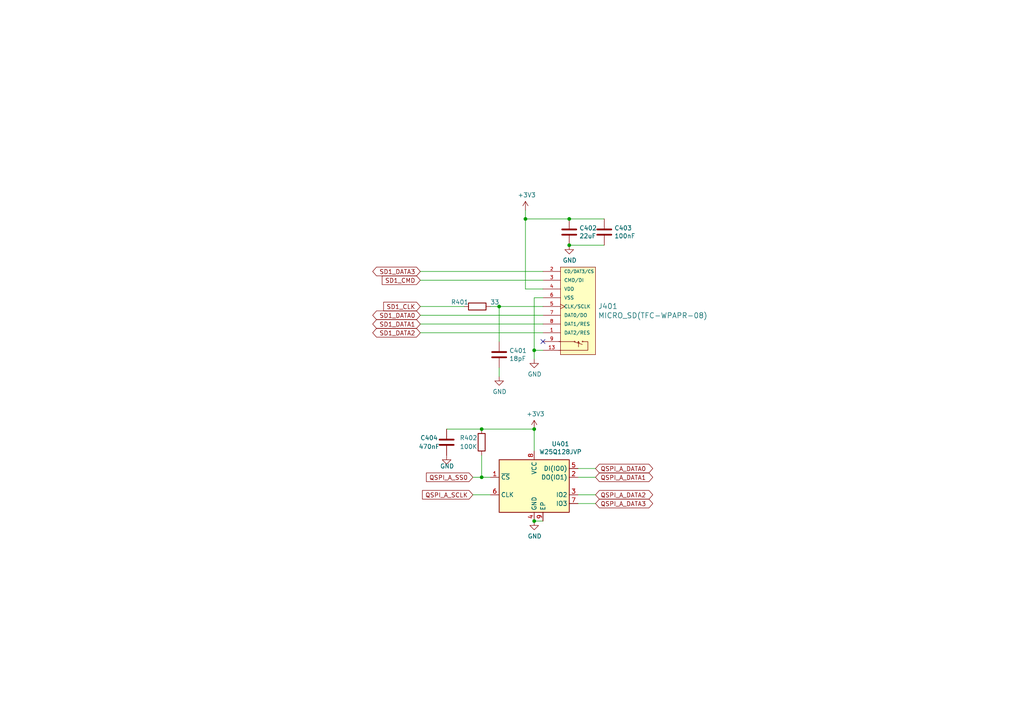
<source format=kicad_sch>
(kicad_sch (version 20211123) (generator eeschema)
  (paper "A4")
  (title_block (title "NekoInk Mainboard") (date "2021-09-28") (rev "R0.2") (company "Copyright 2021 Wenting Zhang") (comment 2 "MERCHANTABILITY, SATISFACTORY QUALITY AND FITNESS FOR A PARTICULAR PURPOSE.") (comment 3 "This source is distributed WITHOUT ANY EXPRESS OR IMPLIED WARRANTY, INCLUDING OF") (comment 4 "This source describes Open Hardware and is licensed under the CERN-OHL-P v2."))
  (lib_symbols
    (symbol "Device:C" (pin_numbers hide) (pin_names (offset 0.254))
      (property "Reference" "C" (at 0.635 2.54 0))
      (property "Value" "C" (at 0.635 -2.54 0))
      (symbol "C_0_1"
        (polyline (pts (xy -2.032 -0.762) (xy 2.032 -0.762)) (stroke (width 0.508)))
        (polyline (pts (xy -2.032 0.762) (xy 2.032 0.762)) (stroke (width 0.508)))
      )
      (symbol "C_1_1"
        (pin passive line (at 0 3.81 270) (length 2.794) (name "~") (number "1"))
        (pin passive line (at 0 -3.81 90) (length 2.794) (name "~") (number "2"))
      )
    )
    (symbol "Device:R" (pin_numbers hide) (pin_names (offset 0))
      (property "Reference" "R" (at 2.032 0 90))
      (property "Value" "R" (at 0 0 90))
      (symbol "R_0_1"
        (rectangle (start -1.016 -2.54) (end 1.016 2.54) (stroke (width 0.254)))
      )
      (symbol "R_1_1"
        (pin passive line (at 0 3.81 270) (length 1.27) (name "~") (number "1"))
        (pin passive line (at 0 -3.81 90) (length 1.27) (name "~") (number "2"))
      )
    )
    (symbol "Memory_Flash:W25Q32JVZP"
      (property "Reference" "U" (at -8.89 8.89 0))
      (property "Value" "W25Q32JVZP" (at 7.62 8.89 0))
      (symbol "W25Q32JVZP_0_1"
        (rectangle (start -10.16 7.62) (end 10.16 -7.62) (stroke (width 0.254)) (fill (type background)))
      )
      (symbol "W25Q32JVZP_1_1"
        (pin input line (at -12.7 2.54 0) (length 2.54) (name "~{CS}") (number "1"))
        (pin bidirectional line (at 12.7 2.54 180) (length 2.54) (name "DO(IO1)") (number "2"))
        (pin bidirectional line (at 12.7 -2.54 180) (length 2.54) (name "IO2") (number "3"))
        (pin power_in line (at 0 -10.16 90) (length 2.54) (name "GND") (number "4"))
        (pin bidirectional line (at 12.7 5.08 180) (length 2.54) (name "DI(IO0)") (number "5"))
        (pin input line (at -12.7 -2.54 0) (length 2.54) (name "CLK") (number "6"))
        (pin bidirectional line (at 12.7 -5.08 180) (length 2.54) (name "IO3") (number "7"))
        (pin power_in line (at 0 10.16 270) (length 2.54) (name "VCC") (number "8"))
        (pin passive line (at 2.54 -10.16 90) (length 2.54) (name "EP") (number "9"))
      )
    )
    (symbol "power:+3V3" (power) (pin_names (offset 0))
      (property "Value" "+3V3" (at 0 3.556 0))
      (symbol "+3V3_0_1"
        (polyline (pts (xy -0.762 1.27) (xy 0 2.54)))
        (polyline (pts (xy 0 0) (xy 0 2.54)))
        (polyline (pts (xy 0 2.54) (xy 0.762 1.27)))
      )
      (symbol "+3V3_1_1"
        (pin power_in line (at 0 0 90) (length 0) hide (name "+3V3") (number "1"))
      )
    )
    (symbol "power:GND" (power) (pin_names (offset 0))
      (property "Value" "GND" (at 0 -3.81 0))
      (symbol "GND_0_1"
        (polyline (pts (xy 0 0) (xy 0 -1.27) (xy 1.27 -1.27) (xy 0 -2.54) (xy -1.27 -1.27) (xy 0 -1.27)))
      )
      (symbol "GND_1_1"
        (pin power_in line (at 0 0 270) (length 0) hide (name "GND") (number "1"))
      )
    )
    (symbol "symbols:MICRO_SD(TFC-WPAPR-08)" (pin_names (offset 1.016))
      (property "Reference" "MICRO_SD" (at 2.54 15.24 0))
      (property "Value" "MICRO_SD(TFC-WPAPR-08)" (at 0 -12.7 0))
      (symbol "MICRO_SD(TFC-WPAPR-08)_0_0"
        (rectangle (start -2.54 13.97) (end 7.62 -11.43) (fill (type background)))
        (polyline (pts (xy 2.6416 -7.5946) (xy 2.4638 -7.8994)))
        (polyline (pts (xy 2.6924 -7.6962) (xy 2.6924 -9.1694)))
        (polyline (pts (xy 2.667 -7.5438) (xy 2.921 -7.9756) (xy 2.8956 -7.9756)))
      )
      (symbol "MICRO_SD(TFC-WPAPR-08)_0_1"
        (polyline (pts (xy -3.048 -7.6454) (xy 1.2954 -7.6454)))
        (polyline (pts (xy 1.7018 -7.7978) (xy 3.81 -8.4582)))
        (polyline (pts (xy -3.1496 -10.16) (xy 5.4102 -10.16) (xy 5.4102 -7.6454) (xy 4.1402 -7.6454)))
        (circle (center 1.5494 -7.6454) (radius 0.1524))
        (circle (center 3.8862 -7.62) (radius 0.1524))
      )
      (symbol "MICRO_SD(TFC-WPAPR-08)_1_1"
        (pin bidirectional line (at -7.62 -5.08 0) (length 5.08) (name "DAT2/RES") (number "1"))
        (pin passive line (at -7.62 -10.16 0) (length 5.08) hide (name "~") (number "10"))
        (pin passive line (at -7.62 -10.16 0) (length 5.08) hide (name "~") (number "11"))
        (pin passive line (at -7.62 -10.16 0) (length 5.08) hide (name "~") (number "12"))
        (pin passive line (at -7.62 -10.16 0) (length 5.08) (name "~") (number "13"))
        (pin bidirectional line (at -7.62 12.7 0) (length 5.08) (name "CD/DAT3/CS") (number "2"))
        (pin input line (at -7.62 10.16 0) (length 5.08) (name "CMD/DI") (number "3"))
        (pin power_in line (at -7.62 7.62 0) (length 5.08) (name "VDD") (number "4"))
        (pin input clock (at -7.62 2.54 0) (length 5.08) (name "CLK/SCLK") (number "5"))
        (pin power_in line (at -7.62 5.08 0) (length 5.08) (name "VSS") (number "6"))
        (pin bidirectional line (at -7.62 0 0) (length 5.08) (name "DAT0/DO") (number "7"))
        (pin bidirectional line (at -7.62 -2.54 0) (length 5.08) (name "DAT1/RES") (number "8"))
        (pin passive line (at -7.62 -7.62 0) (length 5.08) (name "~") (number "9"))
      )
    )
  )
  (junction (at 165.1 71.12) (diameter 0.9144))
  (junction (at 154.94 101.6) (diameter 0.9144))
  (junction (at 165.1 63.5) (diameter 0.9144))
  (junction (at 139.7 124.46) (diameter 0.9144))
  (junction (at 139.7 138.43) (diameter 0.9144))
  (junction (at 154.94 151.13) (diameter 0.9144))
  (junction (at 152.4 63.5) (diameter 0.9144))
  (junction (at 154.94 124.46) (diameter 0.9144))
  (junction (at 144.78 88.9) (diameter 0.9144))
  (no_connect (at 157.48 99.06))
  (wire (pts (xy 142.24 88.9) (xy 144.78 88.9)))
  (wire (pts (xy 157.48 86.36) (xy 154.94 86.36)))
  (wire (pts (xy 157.48 151.13) (xy 154.94 151.13)))
  (wire (pts (xy 139.7 138.43) (xy 142.24 138.43)))
  (wire (pts (xy 121.92 96.52) (xy 157.48 96.52)))
  (wire (pts (xy 144.78 88.9) (xy 157.48 88.9)))
  (wire (pts (xy 167.64 143.51) (xy 172.72 143.51)))
  (wire (pts (xy 157.48 101.6) (xy 154.94 101.6)))
  (wire (pts (xy 152.4 60.96) (xy 152.4 63.5)))
  (wire (pts (xy 167.64 138.43) (xy 172.72 138.43)))
  (wire (pts (xy 137.16 138.43) (xy 139.7 138.43)))
  (wire (pts (xy 139.7 124.46) (xy 154.94 124.46)))
  (wire (pts (xy 167.64 135.89) (xy 172.72 135.89)))
  (wire (pts (xy 121.92 88.9) (xy 134.62 88.9)))
  (wire (pts (xy 175.26 71.12) (xy 165.1 71.12)))
  (wire (pts (xy 152.4 83.82) (xy 152.4 63.5)))
  (wire (pts (xy 139.7 132.08) (xy 139.7 138.43)))
  (wire (pts (xy 154.94 130.81) (xy 154.94 124.46)))
  (wire (pts (xy 144.78 106.68) (xy 144.78 109.22)))
  (wire (pts (xy 167.64 146.05) (xy 172.72 146.05)))
  (wire (pts (xy 121.92 91.44) (xy 157.48 91.44)))
  (wire (pts (xy 137.16 143.51) (xy 142.24 143.51)))
  (wire (pts (xy 152.4 63.5) (xy 165.1 63.5)))
  (wire (pts (xy 129.54 124.46) (xy 139.7 124.46)))
  (wire (pts (xy 144.78 88.9) (xy 144.78 99.06)))
  (wire (pts (xy 152.4 83.82) (xy 157.48 83.82)))
  (wire (pts (xy 121.92 78.74) (xy 157.48 78.74)))
  (wire (pts (xy 154.94 86.36) (xy 154.94 101.6)))
  (wire (pts (xy 175.26 63.5) (xy 165.1 63.5)))
  (wire (pts (xy 121.92 81.28) (xy 157.48 81.28)))
  (wire (pts (xy 121.92 93.98) (xy 157.48 93.98)))
  (wire (pts (xy 154.94 101.6) (xy 154.94 104.14)))
  (global_label "QSPI_A_DATA0" (shape bidirectional) (at 172.72 135.89 0) (property "Intersheet References" "${INTERSHEET_REFS}" (effects hide)))
  (global_label "QSPI_A_SCLK" (shape input) (at 137.16 143.51 180) (property "Intersheet References" "${INTERSHEET_REFS}" (effects hide)))
  (global_label "SD1_DATA2" (shape bidirectional) (at 121.92 96.52 180) (property "Intersheet References" "${INTERSHEET_REFS}" (effects hide)))
  (global_label "QSPI_A_DATA1" (shape bidirectional) (at 172.72 138.43 0) (property "Intersheet References" "${INTERSHEET_REFS}" (effects hide)))
  (global_label "QSPI_A_SS0" (shape input) (at 137.16 138.43 180) (property "Intersheet References" "${INTERSHEET_REFS}" (effects hide)))
  (global_label "SD1_DATA0" (shape bidirectional) (at 121.92 91.44 180) (property "Intersheet References" "${INTERSHEET_REFS}" (effects hide)))
  (global_label "QSPI_A_DATA2" (shape bidirectional) (at 172.72 143.51 0) (property "Intersheet References" "${INTERSHEET_REFS}" (effects hide)))
  (global_label "SD1_DATA3" (shape bidirectional) (at 121.92 78.74 180) (property "Intersheet References" "${INTERSHEET_REFS}" (effects hide)))
  (global_label "QSPI_A_DATA3" (shape bidirectional) (at 172.72 146.05 0) (property "Intersheet References" "${INTERSHEET_REFS}" (effects hide)))
  (global_label "SD1_DATA1" (shape bidirectional) (at 121.92 93.98 180) (property "Intersheet References" "${INTERSHEET_REFS}" (effects hide)))
  (global_label "SD1_CLK" (shape input) (at 121.92 88.9 180) (property "Intersheet References" "${INTERSHEET_REFS}" (effects hide)))
  (global_label "SD1_CMD" (shape input) (at 121.92 81.28 180) (property "Intersheet References" "${INTERSHEET_REFS}" (effects hide)))
  (symbol (lib_id "power:GND") (at 144.78 109.22 0) (unit 1)
    (property "Reference" "#PWR0401" (effects hide))
    (property "Value" "GND" (at 144.907 113.6142 0))
  )
  (symbol (lib_id "power:GND") (at 129.54 132.08 0) (unit 1)
    (property "Reference" "#PWR0405" (effects hide))
    (property "Value" "GND" (at 129.667 135.2042 0))
  )
  (symbol (lib_id "power:GND") (at 154.94 104.14 0) (unit 1)
    (property "Reference" "#PWR0403" (effects hide))
    (property "Value" "GND" (at 155.067 108.5342 0))
  )
  (symbol (lib_id "Memory_Flash:W25Q32JVZP") (at 154.94 140.97 0) (unit 1)
    (property "Reference" "U401" (at 162.56 128.753 0))
    (property "Value" "W25Q128JVP" (at 162.56 131.064 0))
    (property "Footprint" "Package_SON:WSON-8-1EP_6x5mm_P1.27mm_EP3.4x4.3mm" (effects hide))
    (property "Datasheet" "http://www.winbond.com/resource-files/w25q32jv%20revg%2003272018%20plus.pdf" (effects hide))
  )
  (symbol (lib_id "Device:C") (at 175.26 67.31 0) (unit 1)
    (property "Reference" "C403" (at 178.181 66.142 0) (effects (justify left)))
    (property "Value" "100nF" (at 178.181 68.453 0) (effects (justify left)))
    (property "Footprint" "Capacitor_SMD:C_0402_1005Metric" (effects hide))
  )
  (symbol (lib_id "Device:C") (at 144.78 102.87 0) (unit 1)
    (property "Reference" "C401" (at 147.701 101.7016 0) (effects (justify left)))
    (property "Value" "18pF" (at 147.701 104.013 0) (effects (justify left)))
    (property "Footprint" "Capacitor_SMD:C_0402_1005Metric" (effects hide))
  )
  (symbol (lib_id "power:GND") (at 154.94 151.13 0) (unit 1)
    (property "Reference" "#PWR0407" (effects hide))
    (property "Value" "GND" (at 155.067 155.5242 0))
  )
  (symbol (lib_id "power:GND") (at 165.1 71.12 0) (unit 1)
    (property "Reference" "#PWR0404" (effects hide))
    (property "Value" "GND" (at 165.227 75.5142 0))
  )
  (symbol (lib_id "symbols:MICRO_SD(TFC-WPAPR-08)") (at 165.1 91.44 0) (unit 1)
    (property "Reference" "J401" (at 173.431 88.824 0) (effects (font (size 1.524 1.524)) (justify left)))
    (property "Value" "MICRO_SD(TFC-WPAPR-08)" (at 173.4312 91.5162 0) (effects (font (size 1.524 1.524)) (justify left)))
    (property "Footprint" "footprints:TFC-WPAPR-08" (effects hide))
  )
  (symbol (lib_id "Device:R") (at 139.7 128.27 0) (unit 1)
    (property "Reference" "R402" (at 135.89 127 0))
    (property "Value" "100K" (at 135.89 129.54 0))
    (property "Footprint" "Capacitor_SMD:C_0402_1005Metric" (effects hide))
  )
  (symbol (lib_id "Device:C") (at 165.1 67.31 0) (unit 1)
    (property "Reference" "C402" (at 168.021 66.142 0) (effects (justify left)))
    (property "Value" "22uF" (at 168.021 68.453 0) (effects (justify left)))
    (property "Footprint" "Capacitor_SMD:C_0603_1608Metric" (effects hide))
  )
  (symbol (lib_id "Device:C") (at 129.54 128.27 180) (unit 1)
    (property "Reference" "C404" (at 124.46 127 0))
    (property "Value" "470nF" (at 124.46 129.54 0))
    (property "Footprint" "Capacitor_SMD:C_0402_1005Metric" (effects hide))
  )
  (symbol (lib_id "Device:R") (at 138.43 88.9 270) (unit 1)
    (property "Reference" "R401" (at 133.35 87.63 90))
    (property "Value" "33" (at 143.51 87.63 90))
    (property "Footprint" "Resistor_SMD:R_0402_1005Metric" (effects hide))
  )
  (symbol (lib_id "power:+3V3") (at 154.94 124.46 0) (unit 1)
    (property "Reference" "#PWR0406" (effects hide))
    (property "Value" "+3V3" (at 155.321 120.0658 0))
  )
  (symbol (lib_id "power:+3V3") (at 152.4 60.96 0) (unit 1)
    (property "Reference" "#PWR0402" (effects hide))
    (property "Value" "+3V3" (at 152.781 56.5658 0))
  )
)
</source>
